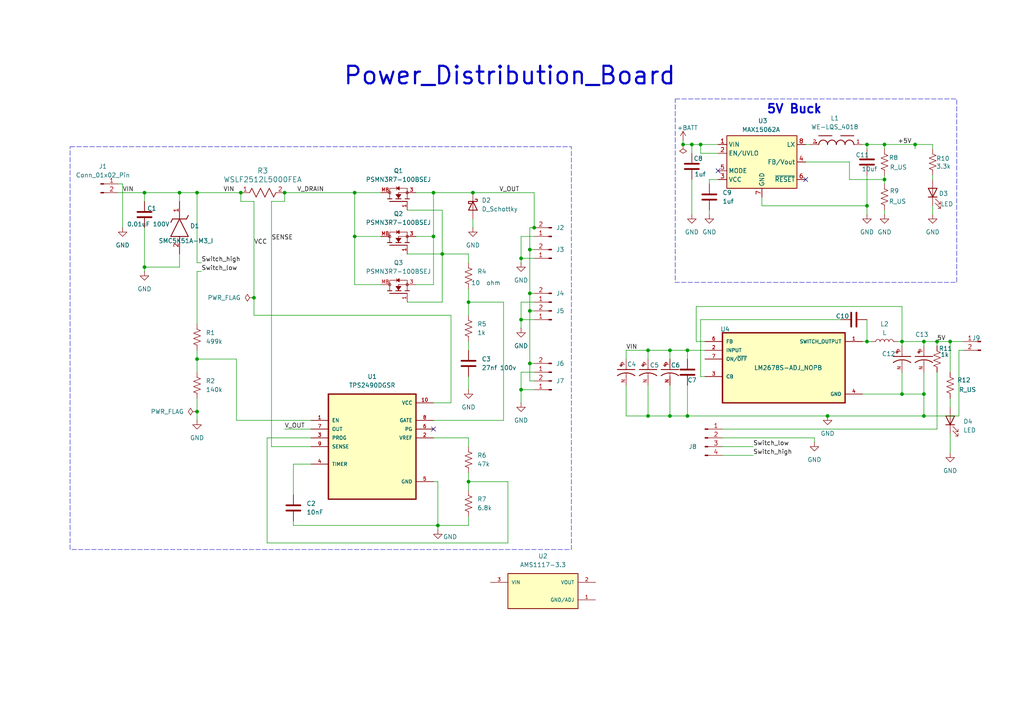
<source format=kicad_sch>
(kicad_sch (version 20250114) (generator "eeschema") (generator_version "9.0")
  (paper "A4")
  (lib_symbols
    (symbol "2025-09-25_10-40-48:WSLF2512L5000FEA" (pin_names (offset 0.254))
      (property "Reference" "R" (at 5.715 3.81 0))
      (property "Value" "WSLF2512L5000FEA" (at 6.35 -3.81 0))
      (symbol "WSLF2512L5000FEA_1_1"
        (polyline (pts (xy 2.54 0) (xy 3.175 1.27)) (stroke (width 0.2032)))
        (polyline (pts (xy 3.175 1.27) (xy 4.445 -1.27)) (stroke (width 0.2032)))
        (polyline (pts (xy 4.445 -1.27) (xy 5.715 1.27)) (stroke (width 0.2032)))
        (polyline (pts (xy 5.715 1.27) (xy 6.985 -1.27)) (stroke (width 0.2032)))
        (polyline (pts (xy 6.985 -1.27) (xy 8.255 1.27)) (stroke (width 0.2032)))
        (polyline (pts (xy 8.255 1.27) (xy 9.525 -1.27)) (stroke (width 0.2032)))
        (polyline (pts (xy 9.525 -1.27) (xy 10.16 0)) (stroke (width 0.2032)))
        (pin unspecified line (at 0 0 0) (length 2.54) (name "") (number "1"))
        (pin unspecified line (at 12.7 0 180) (length 2.54) (name "") (number "2"))
      )
      (symbol "WSLF2512L5000FEA_1_2"
        (polyline (pts (xy -1.27 8.255) (xy 1.27 9.525)) (stroke (width 0.2032)))
        (polyline (pts (xy -1.27 5.715) (xy 1.27 6.985)) (stroke (width 0.2032)))
        (polyline (pts (xy -1.27 3.175) (xy 1.27 4.445)) (stroke (width 0.2032)))
        (polyline (pts (xy 0 2.54) (xy -1.27 3.175)) (stroke (width 0.2032)))
        (polyline (pts (xy 1.27 9.525) (xy 0 10.16)) (stroke (width 0.2032)))
        (polyline (pts (xy 1.27 6.985) (xy -1.27 8.255)) (stroke (width 0.2032)))
        (polyline (pts (xy 1.27 4.445) (xy -1.27 5.715)) (stroke (width 0.2032)))
        (pin unspecified line (at 0 12.7 270) (length 2.54) (name "") (number "1"))
        (pin unspecified line (at 0 0 90) (length 2.54) (name "") (number "2"))
      )
    )
    (symbol "AMS1117-3.3:AMS1117-3.3" (pin_names (offset 1.016))
      (property "Reference" "U" (at -10.16 5.588 0))
      (property "Value" "AMS1117-3.3" (at -10.16 -8.128 0))
      (symbol "AMS1117-3.3_0_0"
        (rectangle (start -10.16 -5.08) (end 10.16 5.08) (stroke (width 0.254)) (fill (type background)))
        (pin input line (at -15.24 2.54 0) (length 5.08) (name "VIN") (number "3"))
        (pin output line (at 15.24 2.54 180) (length 5.08) (name "VOUT") (number "2"))
        (pin power_in line (at 15.24 -2.54 180) (length 5.08) (name "GND/ADJ") (number "1"))
      )
    )
    (symbol "Connector:Conn_01x02_Pin" (pin_names (offset 1.016) (hide yes))
      (property "Reference" "J" (at 0 2.54 0))
      (property "Value" "Conn_01x02_Pin" (at 0 -5.08 0))
      (symbol "Conn_01x02_Pin_1_1"
        (rectangle (start 0.8636 0.127) (end 0 -0.127) (stroke (width 0.1524)) (fill (type outline)))
        (rectangle (start 0.8636 -2.413) (end 0 -2.667) (stroke (width 0.1524)) (fill (type outline)))
        (polyline (pts (xy 1.27 0) (xy 0.8636 0)) (stroke (width 0.1524)))
        (polyline (pts (xy 1.27 -2.54) (xy 0.8636 -2.54)) (stroke (width 0.1524)))
        (pin passive line (at 5.08 0 180) (length 3.81) (name "Pin_1") (number "1"))
        (pin passive line (at 5.08 -2.54 180) (length 3.81) (name "Pin_2") (number "2"))
      )
    )
    (symbol "Connector:Conn_01x04_Pin" (pin_names (offset 1.016) (hide yes))
      (property "Reference" "J" (at 0 5.08 0))
      (property "Value" "Conn_01x04_Pin" (at 0 -7.62 0))
      (symbol "Conn_01x04_Pin_1_1"
        (rectangle (start 0.8636 2.667) (end 0 2.413) (stroke (width 0.1524)) (fill (type outline)))
        (rectangle (start 0.8636 0.127) (end 0 -0.127) (stroke (width 0.1524)) (fill (type outline)))
        (rectangle (start 0.8636 -2.413) (end 0 -2.667) (stroke (width 0.1524)) (fill (type outline)))
        (rectangle (start 0.8636 -4.953) (end 0 -5.207) (stroke (width 0.1524)) (fill (type outline)))
        (polyline (pts (xy 1.27 2.54) (xy 0.8636 2.54)) (stroke (width 0.1524)))
        (polyline (pts (xy 1.27 0) (xy 0.8636 0)) (stroke (width 0.1524)))
        (polyline (pts (xy 1.27 -2.54) (xy 0.8636 -2.54)) (stroke (width 0.1524)))
        (polyline (pts (xy 1.27 -5.08) (xy 0.8636 -5.08)) (stroke (width 0.1524)))
        (pin passive line (at 5.08 2.54 180) (length 3.81) (name "Pin_1") (number "1"))
        (pin passive line (at 5.08 0 180) (length 3.81) (name "Pin_2") (number "2"))
        (pin passive line (at 5.08 -2.54 180) (length 3.81) (name "Pin_3") (number "3"))
        (pin passive line (at 5.08 -5.08 180) (length 3.81) (name "Pin_4") (number "4"))
      )
    )
    (symbol "Device:C" (pin_numbers (hide yes)) (pin_names (offset 0.254))
      (property "Reference" "C" (at 0.635 2.54 0))
      (property "Value" "C" (at 0.635 -2.54 0))
      (symbol "C_0_1"
        (polyline (pts (xy -2.032 0.762) (xy 2.032 0.762)) (stroke (width 0.508)))
        (polyline (pts (xy -2.032 -0.762) (xy 2.032 -0.762)) (stroke (width 0.508)))
      )
      (symbol "C_1_1"
        (pin passive line (at 0 3.81 270) (length 2.794) (name "~") (number "1"))
        (pin passive line (at 0 -3.81 90) (length 2.794) (name "~") (number "2"))
      )
    )
    (symbol "Device:D_Schottky" (pin_numbers (hide yes)) (pin_names (offset 1.016) (hide yes))
      (property "Reference" "D" (at 0 2.54 0))
      (property "Value" "D_Schottky" (at 0 -2.54 0))
      (symbol "D_Schottky_0_1"
        (polyline (pts (xy -1.905 0.635) (xy -1.905 1.27) (xy -1.27 1.27) (xy -1.27 -1.27) (xy -0.635 -1.27) (xy -0.635 -0.635)) (stroke (width 0.254)))
        (polyline (pts (xy 1.27 1.27) (xy 1.27 -1.27) (xy -1.27 0) (xy 1.27 1.27)) (stroke (width 0.254)))
        (polyline (pts (xy 1.27 0) (xy -1.27 0)))
      )
      (symbol "D_Schottky_1_1"
        (pin passive line (at -3.81 0 0) (length 2.54) (name "K") (number "1"))
        (pin passive line (at 3.81 0 180) (length 2.54) (name "A") (number "2"))
      )
    )
    (symbol "Device:L" (pin_numbers (hide yes)) (pin_names (offset 1.016) (hide yes))
      (property "Reference" "L" (at -1.27 0 90))
      (property "Value" "L" (at 1.905 0 90))
      (symbol "L_0_1"
        (arc (start 0 2.54) (mid 0.6323 1.905) (end 0 1.27))
        (arc (start 0 1.27) (mid 0.6323 0.635) (end 0 0))
        (arc (start 0 0) (mid 0.6323 -0.635) (end 0 -1.27))
        (arc (start 0 -1.27) (mid 0.6323 -1.905) (end 0 -2.54))
      )
      (symbol "L_1_1"
        (pin passive line (at 0 3.81 270) (length 1.27) (name "1") (number "1"))
        (pin passive line (at 0 -3.81 90) (length 1.27) (name "2") (number "2"))
      )
    )
    (symbol "Device:LED" (pin_numbers (hide yes)) (pin_names (offset 1.016) (hide yes))
      (property "Reference" "D" (at 0 2.54 0))
      (property "Value" "LED" (at 0 -2.54 0))
      (symbol "LED_0_1"
        (polyline (pts (xy -3.048 -0.762) (xy -4.572 -2.286) (xy -3.81 -2.286) (xy -4.572 -2.286) (xy -4.572 -1.524)))
        (polyline (pts (xy -1.778 -0.762) (xy -3.302 -2.286) (xy -2.54 -2.286) (xy -3.302 -2.286) (xy -3.302 -1.524)))
        (polyline (pts (xy -1.27 0) (xy 1.27 0)))
        (polyline (pts (xy -1.27 -1.27) (xy -1.27 1.27)) (stroke (width 0.254)))
        (polyline (pts (xy 1.27 -1.27) (xy 1.27 1.27) (xy -1.27 0) (xy 1.27 -1.27)) (stroke (width 0.254)))
      )
      (symbol "LED_1_1"
        (pin passive line (at -3.81 0 0) (length 2.54) (name "K") (number "1"))
        (pin passive line (at 3.81 0 180) (length 2.54) (name "A") (number "2"))
      )
    )
    (symbol "Device:R_US" (pin_numbers (hide yes)) (pin_names (offset 0))
      (property "Reference" "R" (at 2.54 0 90))
      (property "Value" "R_US" (at -2.54 0 90))
      (symbol "R_US_0_1"
        (polyline (pts (xy 0 2.286) (xy 0 2.54)))
        (polyline (pts (xy 0 2.286) (xy 1.016 1.905) (xy 0 1.524) (xy -1.016 1.143) (xy 0 0.762)))
        (polyline (pts (xy 0 0.762) (xy 1.016 0.381) (xy 0 0) (xy -1.016 -0.381) (xy 0 -0.762)))
        (polyline (pts (xy 0 -0.762) (xy 1.016 -1.143) (xy 0 -1.524) (xy -1.016 -1.905) (xy 0 -2.286)))
        (polyline (pts (xy 0 -2.286) (xy 0 -2.54)))
      )
      (symbol "R_US_1_1"
        (pin passive line (at 0 3.81 270) (length 1.27) (name "~") (number "1"))
        (pin passive line (at 0 -3.81 90) (length 1.27) (name "~") (number "2"))
      )
    )
    (symbol "EEUFC1E181:EEUFC1E181" (pin_names (offset 1.016))
      (property "Reference" "C" (at -2.54 3.81 0))
      (property "Value" "EEUFC1E181" (at -2.54 -5.08 0))
      (symbol "EEUFC1E181_0_0"
        (rectangle (start -1.173 -1.532) (end -0.284 -1.405) (stroke (width 0.1)) (fill (type outline)))
        (rectangle (start -0.792 -1.913) (end -0.665 -1.024) (stroke (width 0.1)) (fill (type outline)))
        (polyline (pts (xy 0 0) (xy 0.508 0)) (stroke (width 0.1524)))
        (polyline (pts (xy 0.508 2.54) (xy 0.508 0)) (stroke (width 0.254)))
        (polyline (pts (xy 0.508 0) (xy 0.508 -2.54)) (stroke (width 0.254)))
        (polyline (pts (xy 2.54 0) (xy 1.524 0)) (stroke (width 0.1524)))
        (arc (start 2.286 -2.54) (mid 1.4851 0) (end 2.286 2.54) (stroke (width 0.254)))
        (pin passive line (at -2.54 0 0) (length 2.54) (name "~") (number "P"))
        (pin passive line (at 5.08 0 180) (length 2.54) (name "~") (number "N"))
      )
    )
    (symbol "EEUFC1H150:EEUFC1H150" (pin_names (offset 1.016))
      (property "Reference" "C" (at -2.54 3.81 0))
      (property "Value" "EEUFC1H150" (at -2.54 -5.08 0))
      (symbol "EEUFC1H150_0_0"
        (rectangle (start -1.173 -1.532) (end -0.284 -1.405) (stroke (width 0.1)) (fill (type outline)))
        (rectangle (start -0.792 -1.913) (end -0.665 -1.024) (stroke (width 0.1)) (fill (type outline)))
        (polyline (pts (xy 0 0) (xy 0.508 0)) (stroke (width 0.1524)))
        (polyline (pts (xy 0.508 2.54) (xy 0.508 0)) (stroke (width 0.254)))
        (polyline (pts (xy 0.508 0) (xy 0.508 -2.54)) (stroke (width 0.254)))
        (polyline (pts (xy 2.54 0) (xy 1.524 0)) (stroke (width 0.1524)))
        (arc (start 2.286 -2.54) (mid 1.4851 0) (end 2.286 2.54) (stroke (width 0.254)))
        (pin passive line (at -2.54 0 0) (length 2.54) (name "~") (number "P"))
        (pin passive line (at 5.08 0 180) (length 2.54) (name "~") (number "N"))
      )
    )
    (symbol "LM2678S-ADJ_NOPB:LM2678S-ADJ_NOPB" (pin_names (offset 1.016))
      (property "Reference" "U" (at -17.78 11.16 0))
      (property "Value" "LM2678S-ADJ_NOPB" (at -17.78 -14.16 0))
      (symbol "LM2678S-ADJ_NOPB_0_0"
        (rectangle (start -17.78 -10.16) (end 17.78 10.16) (stroke (width 0.41)) (fill (type background)))
        (pin input line (at -22.86 7.62 0) (length 5.08) (name "FB") (number "6"))
        (pin input line (at -22.86 5.08 0) (length 5.08) (name "INPUT") (number "2"))
        (pin input line (at -22.86 2.54 0) (length 5.08) (name "ON/~{OFF}") (number "7"))
        (pin bidirectional line (at -22.86 -2.54 0) (length 5.08) (name "CB") (number "3"))
        (pin output line (at 22.86 7.62 180) (length 5.08) (name "SWITCH_OUTPUT") (number "1"))
        (pin power_in line (at 22.86 -7.62 180) (length 5.08) (name "GND") (number "4"))
      )
    )
    (symbol "PSMN3R7-100BSEJ:PSMN3R7-100BSEJ" (pin_names (offset 1.016))
      (property "Reference" "Q" (at 5.08 1.27 0))
      (property "Value" "PSMN3R7-100BSEJ" (at 5.08 -1.27 0))
      (symbol "PSMN3R7-100BSEJ_0_0"
        (polyline (pts (xy 0 2.54) (xy 0 -2.54)) (stroke (width 0.254)))
        (polyline (pts (xy 0.762 3.175) (xy 0.762 2.54)) (stroke (width 0.254)))
        (polyline (pts (xy 0.762 2.54) (xy 0.762 1.905)) (stroke (width 0.254)))
        (polyline (pts (xy 0.762 2.54) (xy 3.81 2.54)) (stroke (width 0.1524)))
        (polyline (pts (xy 0.762 0.762) (xy 0.762 0)) (stroke (width 0.254)))
        (polyline (pts (xy 0.762 0) (xy 0.762 -0.762)) (stroke (width 0.254)))
        (polyline (pts (xy 0.762 0) (xy 2.54 0)) (stroke (width 0.1524)))
        (polyline (pts (xy 0.762 -1.905) (xy 0.762 -3.175)) (stroke (width 0.254)))
        (polyline (pts (xy 1.016 0) (xy 2.032 0.762) (xy 2.032 -0.762) (xy 1.016 0)) (stroke (width 0.1524)) (fill (type outline)))
        (circle (center 2.54 2.54) (radius 0.3592))
        (polyline (pts (xy 2.54 0) (xy 2.54 -2.54)) (stroke (width 0.1524)))
        (circle (center 2.54 -2.54) (radius 0.3592))
        (polyline (pts (xy 3.81 2.54) (xy 3.81 0.508)) (stroke (width 0.1524)))
        (polyline (pts (xy 3.81 0.508) (xy 3.302 0.508)) (stroke (width 0.1524)))
        (polyline (pts (xy 3.81 0.508) (xy 3.81 -2.54)) (stroke (width 0.1524)))
        (polyline (pts (xy 3.81 0.508) (xy 3.302 -0.254) (xy 4.318 -0.254) (xy 3.81 0.508)) (stroke (width 0.1524)) (fill (type outline)))
        (polyline (pts (xy 3.81 -2.54) (xy 0.762 -2.54)) (stroke (width 0.1524)))
        (polyline (pts (xy 4.318 0.508) (xy 3.81 0.508)) (stroke (width 0.1524)))
        (pin passive line (at -2.54 -2.54 0) (length 2.54) (name "~") (number "1"))
        (pin passive line (at 2.54 5.08 270) (length 2.54) (name "~") (number "MB"))
        (pin passive line (at 2.54 -5.08 90) (length 2.54) (name "~") (number "3"))
      )
    )
    (symbol "Regulator_Switching:MAX15062A"
      (property "Reference" "U" (at -10.16 11.43 0))
      (property "Value" "MAX15062A" (at -10.16 8.89 0))
      (symbol "MAX15062A_0_1"
        (rectangle (start -10.16 7.62) (end 10.16 -7.62) (stroke (width 0.254)) (fill (type background)))
      )
      (symbol "MAX15062A_1_1"
        (pin power_in line (at -12.7 5.08 0) (length 2.54) (name "VIN") (number "1"))
        (pin input line (at -12.7 2.54 0) (length 2.54) (name "EN/UVLO") (number "2"))
        (pin input line (at -12.7 -2.54 0) (length 2.54) (name "MODE") (number "5"))
        (pin power_out line (at -12.7 -5.08 0) (length 2.54) (name "VCC") (number "3"))
        (pin power_in line (at 0 -10.16 90) (length 2.54) (name "GND") (number "7"))
        (pin power_out line (at 12.7 5.08 180) (length 2.54) (name "LX") (number "8"))
        (pin input line (at 12.7 0 180) (length 2.54) (name "FB/Vout") (number "4"))
        (pin open_collector line (at 12.7 -5.08 180) (length 2.54) (name "~{RESET}") (number "6"))
      )
    )
    (symbol "SMC5K51A-M3_I:SMC5K51A-M3_I" (pin_names (hide yes))
      (property "Reference" "D" (at 10.16 8.89 0))
      (property "Value" "SMC5K51A-M3_I" (at 10.16 6.35 0))
      (symbol "SMC5K51A-M3_I_1_1"
        (polyline (pts (xy 4.064 2.54) (xy 5.08 2.032)) (stroke (width 0.254)))
        (polyline (pts (xy 5.08 0) (xy 10.16 2.54)) (stroke (width 0.254)))
        (polyline (pts (xy 5.08 -2.032) (xy 5.08 2.032)) (stroke (width 0.254)))
        (polyline (pts (xy 5.08 -2.032) (xy 6.096 -2.54)) (stroke (width 0.254)))
        (polyline (pts (xy 10.16 -2.54) (xy 5.08 0)) (stroke (width 0.254)))
        (polyline (pts (xy 10.16 -2.54) (xy 10.16 2.54)) (stroke (width 0.254)))
        (pin passive line (at 0 0 0) (length 5.08) (name "K") (number "1"))
        (pin passive line (at 15.24 0 180) (length 5.08) (name "A") (number "2"))
      )
    )
    (symbol "TPS2490DGSR:TPS2490DGSR" (pin_names (offset 1.016))
      (property "Reference" "U" (at -12.7 16.24 0))
      (property "Value" "TPS2490DGSR" (at -12.7 -19.24 0))
      (symbol "TPS2490DGSR_0_0"
        (rectangle (start -12.7 -15.24) (end 12.7 15.24) (stroke (width 0.41)) (fill (type background)))
        (pin input line (at -17.78 7.62 0) (length 5.08) (name "EN") (number "1"))
        (pin input line (at -17.78 5.08 0) (length 5.08) (name "OUT") (number "7"))
        (pin input line (at -17.78 2.54 0) (length 5.08) (name "PROG") (number "3"))
        (pin input line (at -17.78 0 0) (length 5.08) (name "SENSE") (number "9"))
        (pin bidirectional line (at -17.78 -5.08 0) (length 5.08) (name "TIMER") (number "4"))
        (pin power_in line (at 17.78 12.7 180) (length 5.08) (name "VCC") (number "10"))
        (pin output line (at 17.78 7.62 180) (length 5.08) (name "GATE") (number "8"))
        (pin output line (at 17.78 5.08 180) (length 5.08) (name "PG") (number "6"))
        (pin output line (at 17.78 2.54 180) (length 5.08) (name "VREF") (number "2"))
        (pin power_in line (at 17.78 -10.16 180) (length 5.08) (name "GND") (number "5"))
      )
    )
    (symbol "WE-LQS_4018:WE-LQS_4018" (pin_names (offset 1.016))
      (property "Reference" "L" (at 0 3.81 0))
      (property "Value" "WE-LQS_4018" (at 0 -2.54 0))
      (symbol "WE-LQS_4018_0_0"
        (circle (center -5.842 0.508) (radius 0.127) (stroke (width 0.254)))
        (polyline (pts (xy -5.08 2.54) (xy -1.27 2.54)) (stroke (width 0.254)))
        (arc (start -5.08 0) (mid -3.81 1.2645) (end -2.54 0) (stroke (width 0.254)))
        (arc (start -2.54 0) (mid -1.27 1.2645) (end 0 0) (stroke (width 0.254)))
        (polyline (pts (xy 1.27 2.54) (xy 5.08 2.54)) (stroke (width 0.254)))
        (arc (start 0 0) (mid 1.27 1.2645) (end 2.54 0) (stroke (width 0.254)))
        (arc (start 2.54 0) (mid 3.81 1.2645) (end 5.08 0) (stroke (width 0.254)))
        (pin passive line (at -7.62 0 0) (length 2.54) (name "~") (number "2"))
        (pin passive line (at 7.62 0 180) (length 2.54) (name "~") (number "1"))
      )
    )
    (symbol "power:+BATT" (power) (pin_numbers (hide yes)) (pin_names (offset 0) (hide yes))
      (property "Value" "+BATT" (at 0 3.556 0))
      (symbol "+BATT_0_1"
        (polyline (pts (xy -0.762 1.27) (xy 0 2.54)))
        (polyline (pts (xy 0 2.54) (xy 0.762 1.27)))
        (polyline (pts (xy 0 0) (xy 0 2.54)))
      )
      (symbol "+BATT_1_1"
        (pin power_in line (at 0 0 90) (length 0) (name "~") (number "1"))
      )
    )
    (symbol "power:GND" (power) (pin_numbers (hide yes)) (pin_names (offset 0) (hide yes))
      (property "Value" "GND" (at 0 -3.81 0))
      (symbol "GND_0_1"
        (polyline (pts (xy 0 0) (xy 0 -1.27) (xy 1.27 -1.27) (xy 0 -2.54) (xy -1.27 -1.27) (xy 0 -1.27)))
      )
      (symbol "GND_1_1"
        (pin power_in line (at 0 0 270) (length 0) (name "~") (number "1"))
      )
    )
    (symbol "power:PWR_FLAG" (power) (pin_numbers (hide yes)) (pin_names (offset 0) (hide yes))
      (property "Value" "PWR_FLAG" (at 0 3.81 0))
      (symbol "PWR_FLAG_0_0"
        (pin power_out line (at 0 0 90) (length 0) (name "~") (number "1"))
      )
      (symbol "PWR_FLAG_0_1"
        (polyline (pts (xy 0 0) (xy 0 1.27) (xy -1.016 1.905) (xy 0 2.54) (xy 1.016 1.905) (xy 0 1.27)))
      )
    )
  )
  (rectangle (start 195.834 28.702) (end 277.495 81.915) (stroke (width 0.127) (type dash)))
  (rectangle (start 20.32 42.545) (end 165.735 159.385) (stroke (width 0.127) (type dash)))
  (text "Power_Distribution_Board\n" (at 147.828 22.098 0) (effects (font (size 5.08 5.08) (thickness 0.635))))
  (text "5V Buck" (at 230.378 31.75 0) (effects (font (size 2.54 2.54) (thickness 0.508) (bold yes))))
  (junction (at 261.62 114.3))
  (junction (at 199.39 120.65))
  (junction (at 187.96 120.65))
  (junction (at 135.89 87.63))
  (junction (at 267.97 120.65))
  (junction (at 271.78 99.06))
  (junction (at 151.13 113.03))
  (junction (at 194.31 120.65))
  (junction (at 125.73 68.58))
  (junction (at 187.96 101.6))
  (junction (at 199.39 101.6))
  (junction (at 256.54 41.91))
  (junction (at 102.87 55.88))
  (junction (at 137.16 55.88))
  (junction (at 251.46 59.69))
  (junction (at 153.67 105.41))
  (junction (at 261.62 99.06))
  (junction (at 240.03 120.65))
  (junction (at 41.91 77.47))
  (junction (at 125.73 55.88))
  (junction (at 57.15 55.88))
  (junction (at 52.07 55.88))
  (junction (at 57.15 119.38))
  (junction (at 267.97 114.3))
  (junction (at 135.89 139.7))
  (junction (at 41.91 55.88))
  (junction (at 69.85 55.88))
  (junction (at 154.94 66.04))
  (junction (at 267.97 99.06))
  (junction (at 203.2 41.91))
  (junction (at 153.67 90.17))
  (junction (at 102.87 68.58))
  (junction (at 73.66 86.36))
  (junction (at 57.15 104.14))
  (junction (at 82.55 55.88))
  (junction (at 194.31 101.6))
  (junction (at 127 152.4))
  (junction (at 256.54 52.07))
  (junction (at 128.27 73.66))
  (junction (at 153.67 85.09))
  (junction (at 251.46 99.06))
  (junction (at 153.67 72.39))
  (junction (at 275.59 99.06))
  (junction (at 151.13 74.93))
  (junction (at 198.12 41.91))
  (junction (at 151.13 92.71))
  (junction (at 200.66 41.91))
  (junction (at 251.46 41.91))
  (junction (at 265.43 41.91))
  (no_connect (at 125.73 124.46))
  (no_connect (at 208.28 49.53))
  (no_connect (at 233.68 52.07))
  (wire (pts (xy 68.58 104.14) (xy 57.15 104.14)))
  (wire (pts (xy 130.81 91.44) (xy 130.81 116.84)))
  (wire (pts (xy 187.96 104.14) (xy 187.96 101.6)))
  (wire (pts (xy 246.38 52.07) (xy 256.54 52.07)))
  (wire (pts (xy 279.4 101.6) (xy 278.13 101.6)))
  (wire (pts (xy 261.62 107.95) (xy 261.62 114.3)))
  (wire (pts (xy 102.87 82.55) (xy 102.87 68.58)))
  (wire (pts (xy 236.22 127) (xy 236.22 128.27)))
  (wire (pts (xy 275.59 99.06) (xy 279.4 99.06)))
  (wire (pts (xy 271.78 124.46) (xy 271.78 107.95)))
  (wire (pts (xy 151.13 113.03) (xy 154.94 113.03)))
  (wire (pts (xy 147.32 139.7) (xy 135.89 139.7)))
  (wire (pts (xy 82.55 124.46) (xy 90.17 124.46)))
  (wire (pts (xy 52.07 73.66) (xy 52.07 77.47)))
  (wire (pts (xy 153.67 85.09) (xy 153.67 90.17)))
  (wire (pts (xy 199.39 101.6) (xy 199.39 104.14)))
  (wire (pts (xy 90.17 121.92) (xy 68.58 121.92)))
  (wire (pts (xy 275.59 125.73) (xy 275.59 131.445)))
  (wire (pts (xy 251.46 99.06) (xy 252.73 99.06)))
  (wire (pts (xy 260.35 99.06) (xy 261.62 99.06)))
  (wire (pts (xy 246.38 46.99) (xy 246.38 52.07)))
  (wire (pts (xy 154.94 72.39) (xy 153.67 72.39)))
  (wire (pts (xy 102.87 55.88) (xy 110.49 55.88)))
  (wire (pts (xy 199.39 111.76) (xy 199.39 120.65)))
  (wire (pts (xy 267.97 99.06) (xy 271.78 99.06)))
  (wire (pts (xy 78.74 58.42) (xy 82.55 58.42)))
  (wire (pts (xy 146.05 87.63) (xy 135.89 87.63)))
  (wire (pts (xy 271.78 99.06) (xy 271.78 100.33)))
  (wire (pts (xy 209.55 132.08) (xy 218.44 132.08)))
  (wire (pts (xy 41.91 78.74) (xy 41.91 77.47)))
  (wire (pts (xy 102.87 55.88) (xy 102.87 68.58)))
  (wire (pts (xy 57.15 119.38) (xy 57.15 121.92)))
  (wire (pts (xy 251.46 59.69) (xy 251.46 50.8)))
  (wire (pts (xy 220.98 59.69) (xy 251.46 59.69)))
  (wire (pts (xy 203.2 109.22) (xy 203.2 92.71)))
  (wire (pts (xy 135.89 76.2) (xy 135.89 73.66)))
  (wire (pts (xy 135.89 152.4) (xy 127 152.4)))
  (wire (pts (xy 204.47 109.22) (xy 203.2 109.22)))
  (wire (pts (xy 153.67 66.04) (xy 154.94 66.04)))
  (wire (pts (xy 194.31 111.76) (xy 194.31 120.65)))
  (wire (pts (xy 205.74 62.23) (xy 205.74 60.96)))
  (wire (pts (xy 135.89 137.16) (xy 135.89 139.7)))
  (wire (pts (xy 203.2 92.71) (xy 243.84 92.71)))
  (wire (pts (xy 41.91 55.88) (xy 41.91 58.42)))
  (wire (pts (xy 57.15 55.88) (xy 57.15 76.2)))
  (wire (pts (xy 151.13 87.63) (xy 151.13 92.71)))
  (wire (pts (xy 110.49 68.58) (xy 102.87 68.58)))
  (wire (pts (xy 250.19 41.91) (xy 251.46 41.91)))
  (wire (pts (xy 41.91 66.04) (xy 41.91 77.47)))
  (wire (pts (xy 151.13 68.58) (xy 151.13 74.93)))
  (wire (pts (xy 203.2 41.91) (xy 208.28 41.91)))
  (wire (pts (xy 137.16 63.5) (xy 137.16 66.04)))
  (wire (pts (xy 267.97 107.95) (xy 267.97 114.3)))
  (wire (pts (xy 125.73 55.88) (xy 137.16 55.88)))
  (wire (pts (xy 120.65 68.58) (xy 125.73 68.58)))
  (wire (pts (xy 135.89 139.7) (xy 135.89 142.24)))
  (wire (pts (xy 199.39 120.65) (xy 240.03 120.65)))
  (wire (pts (xy 137.16 55.88) (xy 154.94 55.88)))
  (wire (pts (xy 73.66 58.42) (xy 73.66 86.36)))
  (wire (pts (xy 85.09 151.13) (xy 85.09 152.4)))
  (wire (pts (xy 78.74 129.54) (xy 90.17 129.54)))
  (wire (pts (xy 267.97 120.65) (xy 267.97 114.3)))
  (wire (pts (xy 82.55 55.88) (xy 102.87 55.88)))
  (wire (pts (xy 52.07 55.88) (xy 57.15 55.88)))
  (wire (pts (xy 130.81 116.84) (xy 125.73 116.84)))
  (wire (pts (xy 250.19 114.3) (xy 261.62 114.3)))
  (wire (pts (xy 275.59 115.57) (xy 275.59 118.11)))
  (wire (pts (xy 135.89 83.82) (xy 135.89 87.63)))
  (wire (pts (xy 267.97 100.33) (xy 267.97 99.06)))
  (wire (pts (xy 78.74 58.42) (xy 78.74 129.54)))
  (wire (pts (xy 128.27 73.66) (xy 118.11 73.66)))
  (wire (pts (xy 251.46 41.91) (xy 256.54 41.91)))
  (wire (pts (xy 135.89 99.06) (xy 135.89 101.6)))
  (wire (pts (xy 41.91 77.47) (xy 52.07 77.47)))
  (wire (pts (xy 151.13 92.71) (xy 154.94 92.71)))
  (wire (pts (xy 153.67 105.41) (xy 153.67 90.17)))
  (wire (pts (xy 57.15 78.74) (xy 57.15 93.98)))
  (wire (pts (xy 261.62 99.06) (xy 261.62 100.33)))
  (wire (pts (xy 125.73 68.58) (xy 125.73 82.55)))
  (wire (pts (xy 127 152.4) (xy 85.09 152.4)))
  (wire (pts (xy 73.66 91.44) (xy 130.81 91.44)))
  (wire (pts (xy 220.98 57.15) (xy 220.98 59.69)))
  (wire (pts (xy 127 139.7) (xy 127 152.4)))
  (wire (pts (xy 35.56 66.04) (xy 35.56 53.34)))
  (wire (pts (xy 209.55 127) (xy 236.22 127)))
  (wire (pts (xy 69.85 55.88) (xy 69.85 58.42)))
  (wire (pts (xy 135.89 109.22) (xy 135.89 113.03)))
  (wire (pts (xy 198.12 41.91) (xy 198.12 40.64)))
  (wire (pts (xy 275.59 99.06) (xy 275.59 107.95)))
  (wire (pts (xy 82.55 55.88) (xy 82.55 58.42)))
  (wire (pts (xy 201.93 99.06) (xy 201.93 88.9)))
  (wire (pts (xy 57.15 101.6) (xy 57.15 104.14)))
  (wire (pts (xy 270.51 52.07) (xy 270.51 50.8)))
  (wire (pts (xy 57.15 115.57) (xy 57.15 119.38)))
  (wire (pts (xy 200.66 41.91) (xy 203.2 41.91)))
  (wire (pts (xy 187.96 101.6) (xy 194.31 101.6)))
  (wire (pts (xy 58.42 76.2) (xy 57.15 76.2)))
  (wire (pts (xy 205.74 52.07) (xy 208.28 52.07)))
  (wire (pts (xy 278.13 120.65) (xy 267.97 120.65)))
  (wire (pts (xy 118.11 87.63) (xy 128.27 87.63)))
  (wire (pts (xy 270.51 59.69) (xy 270.51 62.23)))
  (wire (pts (xy 151.13 107.95) (xy 151.13 113.03)))
  (wire (pts (xy 251.46 92.71) (xy 251.46 99.06)))
  (wire (pts (xy 201.93 88.9) (xy 261.62 88.9)))
  (wire (pts (xy 200.66 41.91) (xy 200.66 44.45)))
  (wire (pts (xy 233.68 41.91) (xy 234.95 41.91)))
  (wire (pts (xy 250.19 99.06) (xy 251.46 99.06)))
  (wire (pts (xy 271.78 99.06) (xy 275.59 99.06)))
  (wire (pts (xy 256.54 41.91) (xy 256.54 43.18)))
  (wire (pts (xy 125.73 121.92) (xy 146.05 121.92)))
  (wire (pts (xy 205.74 53.34) (xy 205.74 52.07)))
  (wire (pts (xy 256.54 50.8) (xy 256.54 52.07)))
  (wire (pts (xy 240.03 120.65) (xy 267.97 120.65)))
  (wire (pts (xy 261.62 114.3) (xy 267.97 114.3)))
  (wire (pts (xy 154.94 105.41) (xy 153.67 105.41)))
  (wire (pts (xy 52.07 55.88) (xy 52.07 58.42)))
  (wire (pts (xy 77.47 157.48) (xy 147.32 157.48)))
  (wire (pts (xy 209.55 124.46) (xy 271.78 124.46)))
  (wire (pts (xy 135.89 87.63) (xy 135.89 91.44)))
  (wire (pts (xy 265.43 41.91) (xy 270.51 41.91)))
  (wire (pts (xy 194.31 120.65) (xy 199.39 120.65)))
  (wire (pts (xy 151.13 74.93) (xy 154.94 74.93)))
  (wire (pts (xy 77.47 127) (xy 77.47 157.48)))
  (wire (pts (xy 146.05 121.92) (xy 146.05 87.63)))
  (wire (pts (xy 128.27 60.96) (xy 128.27 73.66)))
  (wire (pts (xy 127 152.4) (xy 127 153.67)))
  (wire (pts (xy 154.94 68.58) (xy 151.13 68.58)))
  (wire (pts (xy 125.73 82.55) (xy 120.65 82.55)))
  (wire (pts (xy 151.13 113.03) (xy 151.13 116.84)))
  (wire (pts (xy 135.89 73.66) (xy 128.27 73.66)))
  (wire (pts (xy 203.2 44.45) (xy 208.28 44.45)))
  (wire (pts (xy 128.27 87.63) (xy 128.27 73.66)))
  (wire (pts (xy 199.39 101.6) (xy 204.47 101.6)))
  (wire (pts (xy 68.58 104.14) (xy 68.58 121.92)))
  (wire (pts (xy 41.91 55.88) (xy 52.07 55.88)))
  (wire (pts (xy 154.94 66.04) (xy 154.94 55.88)))
  (wire (pts (xy 256.54 53.34) (xy 256.54 52.07)))
  (wire (pts (xy 151.13 74.93) (xy 151.13 76.2)))
  (wire (pts (xy 73.66 86.36) (xy 73.66 91.44)))
  (wire (pts (xy 198.12 41.91) (xy 200.66 41.91)))
  (wire (pts (xy 181.61 101.6) (xy 187.96 101.6)))
  (wire (pts (xy 110.49 82.55) (xy 102.87 82.55)))
  (wire (pts (xy 270.51 41.91) (xy 270.51 43.18)))
  (wire (pts (xy 278.13 101.6) (xy 278.13 120.65)))
  (wire (pts (xy 153.67 72.39) (xy 153.67 66.04)))
  (wire (pts (xy 154.94 85.09) (xy 153.67 85.09)))
  (wire (pts (xy 181.61 111.76) (xy 181.61 120.65)))
  (wire (pts (xy 90.17 134.62) (xy 85.09 134.62)))
  (wire (pts (xy 261.62 88.9) (xy 261.62 99.06)))
  (wire (pts (xy 187.96 120.65) (xy 194.31 120.65)))
  (wire (pts (xy 151.13 92.71) (xy 151.13 95.25)))
  (wire (pts (xy 209.55 129.54) (xy 218.44 129.54)))
  (wire (pts (xy 85.09 134.62) (xy 85.09 143.51)))
  (wire (pts (xy 57.15 104.14) (xy 57.15 107.95)))
  (wire (pts (xy 120.65 55.88) (xy 125.73 55.88)))
  (wire (pts (xy 125.73 127) (xy 135.89 127)))
  (wire (pts (xy 187.96 111.76) (xy 187.96 120.65)))
  (wire (pts (xy 194.31 101.6) (xy 194.31 104.14)))
  (wire (pts (xy 265.43 41.91) (xy 265.43 43.18)))
  (wire (pts (xy 153.67 85.09) (xy 153.67 72.39)))
  (wire (pts (xy 256.54 41.91) (xy 265.43 41.91)))
  (wire (pts (xy 153.67 110.49) (xy 153.67 105.41)))
  (wire (pts (xy 204.47 99.06) (xy 201.93 99.06)))
  (wire (pts (xy 233.68 46.99) (xy 246.38 46.99)))
  (wire (pts (xy 118.11 60.96) (xy 128.27 60.96)))
  (wire (pts (xy 203.2 41.91) (xy 203.2 44.45)))
  (wire (pts (xy 58.42 78.74) (xy 57.15 78.74)))
  (wire (pts (xy 35.56 53.34) (xy 34.29 53.34)))
  (wire (pts (xy 256.54 60.96) (xy 256.54 62.23)))
  (wire (pts (xy 154.94 87.63) (xy 151.13 87.63)))
  (wire (pts (xy 57.15 55.88) (xy 69.85 55.88)))
  (wire (pts (xy 73.66 58.42) (xy 69.85 58.42)))
  (wire (pts (xy 151.13 107.95) (xy 154.94 107.95)))
  (wire (pts (xy 181.61 101.6) (xy 181.61 104.14)))
  (wire (pts (xy 125.73 139.7) (xy 127 139.7)))
  (wire (pts (xy 77.47 127) (xy 90.17 127)))
  (wire (pts (xy 135.89 149.86) (xy 135.89 152.4)))
  (wire (pts (xy 154.94 90.17) (xy 153.67 90.17)))
  (wire (pts (xy 267.97 99.06) (xy 261.62 99.06)))
  (wire (pts (xy 125.73 55.88) (xy 125.73 68.58)))
  (wire (pts (xy 147.32 157.48) (xy 147.32 139.7)))
  (wire (pts (xy 200.66 52.07) (xy 200.66 62.23)))
  (wire (pts (xy 251.46 43.18) (xy 251.46 41.91)))
  (wire (pts (xy 34.29 55.88) (xy 41.91 55.88)))
  (wire (pts (xy 181.61 120.65) (xy 187.96 120.65)))
  (wire (pts (xy 135.89 127) (xy 135.89 129.54)))
  (wire (pts (xy 154.94 110.49) (xy 153.67 110.49)))
  (wire (pts (xy 251.46 62.23) (xy 251.46 59.69)))
  (wire (pts (xy 194.31 101.6) (xy 199.39 101.6)))
  (label "VIN" (at 181.61 101.6 0))
  (label "V_OUT" (at 82.55 124.46 0))
  (label "V_DRAIN" (at 93.98 55.88 180))
  (label "VIN" (at 64.77 55.88 0))
  (label "Switch_low" (at 58.42 78.74 0))
  (label "Switch_high" (at 58.42 76.2 0))
  (label "SENSE" (at 78.74 69.85 0))
  (label "VIN" (at 35.56 55.88 0))
  (label "Switch_high" (at 218.44 132.08 0))
  (label "+5V" (at 260.35 41.91 0))
  (label "VCC" (at 73.66 71.12 0))
  (label "5V" (at 271.78 99.06 0))
  (label "V_OUT" (at 144.78 55.88 0))
  (label "Switch_low" (at 218.44 129.54 0))
  (symbol (lib_id "Connector:Conn_01x02_Pin") (at 160.02 68.58 180) (unit 1)
    (property "Reference" "J2" (at 161.29 66.0399 0) (effects (justify right)))
    (property "Value" "Conn_01x02_Pin" (effects (hide yes)))
    (property "Footprint" "Connector_AMASS:AMASS_XT30U-F_1x02_P5.0mm_Vertical" (effects (hide yes)))
    (property "Description" "Generic connector, single row, 01x02, script generated" (effects (hide yes)))
  )
  (symbol (lib_id "Connector:Conn_01x02_Pin") (at 160.02 87.63 180) (unit 1)
    (property "Reference" "J4" (at 161.29 85.0899 0) (effects (justify right)))
    (property "Value" "Conn_01x02_Pin" (effects (hide yes)))
    (property "Footprint" "Connector_AMASS:AMASS_XT30U-F_1x02_P5.0mm_Vertical" (effects (hide yes)))
    (property "Description" "Generic connector, single row, 01x02, script generated" (effects (hide yes)))
  )
  (symbol (lib_id "Device:C") (at 205.74 57.15 0) (unit 1)
    (property "Reference" "C9" (at 209.55 55.8799 0) (effects (justify left)))
    (property "Value" "1uf" (at 209.55 58.4199 0) (effects (justify left)))
    (property "Footprint" "Capacitor_SMD:C_0603_1608Metric" (effects (hide yes)))
    (property "Description" "Unpolarized capacitor" (effects (hide yes)))
  )
  (symbol (lib_id "Device:R_US") (at 256.54 46.99 0) (unit 1)
    (property "Reference" "R8" (at 257.81 45.72 0) (effects (justify left)))
    (property "Value" "R_US" (at 258.064 48.514 0) (effects (justify left)))
    (property "Footprint" "Resistor_SMD:R_0603_1608Metric" (effects (hide yes)))
    (property "Description" "Resistor, US symbol" (effects (hide yes)))
  )
  (symbol (lib_id "power:GND") (at 240.03 120.65 0) (unit 1)
    (property "Reference" "#PWR014" (effects (hide yes)))
    (property "Value" "GND" (at 240.03 125.73 0))
    (property "Description" "Power symbol creates a global label with name \"GND\" , ground" (effects (hide yes)))
  )
  (symbol (lib_id "Device:D_Schottky") (at 137.16 59.69 270) (unit 1)
    (property "Reference" "D2" (at 139.7 58.1024 90) (effects (justify left)))
    (property "Value" "D_Schottky" (at 139.7 60.6424 90) (effects (justify left)))
    (property "Footprint" "Library:DIODE_TO-277A" (effects (hide yes)))
    (property "Description" "Schottky diode" (effects (hide yes)))
  )
  (symbol (lib_id "AMS1117-3.3:AMS1117-3.3") (at 157.48 171.45 0) (unit 1)
    (property "Reference" "U2" (at 157.48 161.29 0))
    (property "Value" "AMS1117-3.3" (at 157.48 163.83 0))
    (property "Footprint" "AMS1117-3.3:SOT229P700X180-4N" (effects (hide yes)))
    (property "MF" "Advanced Monolithic Systems" (effects (hide yes)))
    (property "MAXIMUM_PACKAGE_HEIGHT" "1.8 mm" (effects (hide yes)))
    (property "Package" "SOT-223 Seeed Technology" (effects (hide yes)))
    (property "Price" "None" (effects (hide yes)))
    (property "Check_prices" "https://www.snapeda.com/parts/AMS1117-3.3/Advanced+Monolithic+Systems/view-part/?ref=eda" (effects (hide yes)))
    (property "STANDARD" "IPC 7351B" (effects (hide yes)))
    (property "PARTREV" "N/A" (effects (hide yes)))
    (property "SnapEDA_Link" "https://www.snapeda.com/parts/AMS1117-3.3/Advanced+Monolithic+Systems/view-part/?ref=snap" (effects (hide yes)))
    (property "SNAPEDA_PACKAGE_ID" "71280" (effects (hide yes)))
    (property "MP" "AMS1117-3.3" (effects (hide yes)))
    (property "Description_1" "Sot223/Pkg 1-Amp 3.3-Volt Low Drop Out Voltage Regulatator" (effects (hide yes)))
    (property "MANUFACTURER" "Advanced Monolithic Systems" (effects (hide yes)))
    (property "Availability" "Not in stock" (effects (hide yes)))
    (property "SNAPEDA_PN" "AMS1117-3.3" (effects (hide yes)))
  )
  (symbol (lib_id "Connector:Conn_01x04_Pin") (at 204.47 127 0) (unit 1)
    (property "Reference" "J8" (at 200.914 129.54 0))
    (property "Value" "Conn_01x04_Pin" (effects (hide yes)))
    (property "Footprint" "Connector_JST:JST_PH_B4B-PH-SM4-TB_1x04-1MP_P2.00mm_Vertical" (effects (hide yes)))
    (property "Description" "Generic connector, single row, 01x04, script generated" (effects (hide yes)))
  )
  (symbol (lib_id "power:GND") (at 57.15 121.92 0) (unit 1)
    (property "Reference" "#PWR03" (effects (hide yes)))
    (property "Value" "GND" (at 57.15 127 0))
    (property "Description" "Power symbol creates a global label with name \"GND\" , ground" (effects (hide yes)))
  )
  (symbol (lib_id "Device:R_US") (at 256.54 57.15 0) (unit 1)
    (property "Reference" "R9" (at 258.064 55.372 0) (effects (justify left)))
    (property "Value" "R_US" (at 257.81 58.42 0) (effects (justify left)))
    (property "Footprint" "Resistor_SMD:R_0603_1608Metric" (effects (hide yes)))
    (property "Description" "Resistor, US symbol" (effects (hide yes)))
  )
  (symbol (lib_id "Device:C") (at 200.66 48.26 0) (unit 1)
    (property "Reference" "C8" (at 201.168 45.974 0) (effects (justify left)))
    (property "Value" "1uf" (at 201.422 50.546 0) (effects (justify left)))
    (property "Footprint" "Capacitor_SMD:C_0603_1608Metric" (effects (hide yes)))
    (property "Description" "Unpolarized capacitor" (effects (hide yes)))
  )
  (symbol (lib_id "Device:R_US") (at 275.59 111.76 0) (unit 1)
    (property "Reference" "R12" (at 277.622 110.236 0) (effects (justify left)))
    (property "Value" "R_US" (at 278.13 113.0299 0) (effects (justify left)))
    (property "Footprint" "Resistor_SMD:R_0603_1608Metric" (effects (hide yes)))
    (property "Description" "Resistor, US symbol" (effects (hide yes)))
  )
  (symbol (lib_id "power:GND") (at 135.89 113.03 0) (unit 1)
    (property "Reference" "#PWR05" (effects (hide yes)))
    (property "Value" "GND" (at 135.89 118.11 0))
    (property "Description" "Power symbol creates a global label with name \"GND\" , ground" (effects (hide yes)))
  )
  (symbol (lib_id "PSMN3R7-100BSEJ:PSMN3R7-100BSEJ") (at 115.57 58.42 90) (unit 1)
    (property "Reference" "Q1" (at 115.57 49.53 90))
    (property "Value" "PSMN3R7-100BSEJ" (at 115.57 52.07 90))
    (property "Footprint" "TRANS_PSMN3R7-100BSEJ_:TRANS_PSMN3R7-100BSEJ" (effects (hide yes)))
    (property "PARTREV" "3 September 2018" (effects (hide yes)))
    (property "STANDARD" "Manufacturer Recommendations" (effects (hide yes)))
    (property "MAXIMUM_PACKAGE_HEIGHT" "4.5mm" (effects (hide yes)))
    (property "MANUFACTURER" "Nexperia" (effects (hide yes)))
  )
  (symbol (lib_id "Device:C") (at 247.65 92.71 90) (unit 1)
    (property "Reference" "C10" (at 244.348 91.694 90))
    (property "Value" "C" (effects (hide yes)))
    (property "Footprint" "Capacitor_SMD:C_0603_1608Metric" (effects (hide yes)))
    (property "Description" "Unpolarized capacitor" (effects (hide yes)))
  )
  (symbol (lib_id "Device:LED") (at 270.51 55.88 90) (unit 1)
    (property "Reference" "D3" (at 272.288 56.134 90) (effects (justify right)))
    (property "Value" "LED" (at 272.796 59.182 90) (effects (justify right)))
    (property "Footprint" "APD32:APD3224ZGC-F01_KNB-M" (effects (hide yes)))
    (property "Description" "Light emitting diode" (effects (hide yes)))
    (property "Sim.Pins" "1=K 2=A" (effects (hide yes)))
  )
  (symbol (lib_id "power:GND") (at 236.22 128.27 0) (unit 1)
    (property "Reference" "#PWR013" (effects (hide yes)))
    (property "Value" "GND" (at 236.22 133.35 0))
    (property "Description" "Power symbol creates a global label with name \"GND\" , ground" (effects (hide yes)))
  )
  (symbol (lib_id "Regulator_Switching:MAX15062A") (at 220.98 46.99 0) (unit 1)
    (property "Reference" "U3" (at 221.234 35.052 0))
    (property "Value" "MAX15062A" (at 220.726 37.592 0))
    (property "Footprint" "Package_DFN_QFN:DFN-8_2x2mm_P0.5mm" (effects (hide yes)))
    (property "Datasheet" "http://datasheets.maximintegrated.com/en/ds/MAX15062.pdf" (effects (hide yes)))
    (property "Description" "60V, 300mA, synchronous step-down dc-dc converter, 3.3V fixed output voltage, DFN-8" (effects (hide yes)))
  )
  (symbol (lib_id "power:PWR_FLAG") (at 198.12 41.91 180) (unit 1)
    (property "Reference" "#FLG03" (effects (hide yes)))
    (property "Value" "PWR_FLAG" (effects (hide yes)))
    (property "Description" "Special symbol for telling ERC where power comes from" (effects (hide yes)))
  )
  (symbol (lib_id "Device:L") (at 256.54 99.06 90) (unit 1)
    (property "Reference" "L2" (at 256.54 93.98 90))
    (property "Value" "L" (at 256.54 96.52 90))
    (property "Footprint" "Inductor_SMD:L_10.4x10.4_H4.8" (effects (hide yes)))
    (property "Description" "Inductor" (effects (hide yes)))
  )
  (symbol (lib_id "power:+BATT") (at 198.12 40.64 0) (unit 1)
    (property "Reference" "#PWR010" (effects (hide yes)))
    (property "Value" "+BATT" (at 199.39 37.084 0))
    (property "Description" "Power symbol creates a global label with name \"+BATT\"" (effects (hide yes)))
  )
  (symbol (lib_id "Device:R_US") (at 57.15 111.76 0) (unit 1)
    (property "Reference" "R2" (at 59.69 110.4899 0) (effects (justify left)))
    (property "Value" "140k" (at 59.69 113.0299 0) (effects (justify left)))
    (property "Footprint" "Resistor_SMD:R_0603_1608Metric" (effects (hide yes)))
    (property "Description" "Resistor, US symbol" (effects (hide yes)))
  )
  (symbol (lib_id "Device:C") (at 199.39 107.95 0) (unit 1)
    (property "Reference" "C7" (at 199.39 110.236 0) (effects (justify left)))
    (property "Value" "C" (effects (hide yes)))
    (property "Footprint" "Capacitor_SMD:C_0603_1608Metric" (effects (hide yes)))
    (property "Description" "Unpolarized capacitor" (effects (hide yes)))
  )
  (symbol (lib_id "power:GND") (at 275.59 131.445 0) (unit 1)
    (property "Reference" "#PWR018" (effects (hide yes)))
    (property "Value" "GND" (at 275.59 136.525 0))
  )
  (symbol (lib_id "EEUFC1E181:EEUFC1E181") (at 267.97 102.87 270) (unit 1)
    (property "Reference" "C13" (at 265.43 97.028 90) (effects (justify left)))
    (property "Value" "EEUFC1E181" (effects (hide yes)))
    (property "Footprint" "180uf_cap:CAPPRD350W60D800H1150" (effects (hide yes)))
    (property "MF" "PANASONIC" (effects (hide yes)))
    (property "b_max" "0.65" (effects (hide yes)))
    (property "DESCRIPTION" "FC-A" (effects (hide yes)))
    (property "b_nom" "0.6" (effects (hide yes)))
    (property "PARTREV" "20-DEC-19" (effects (hide yes)))
    (property "A_max" "11.5" (effects (hide yes)))
    (property "D_nom" "8" (effects (hide yes)))
    (property "e_nom" "3.5" (effects (hide yes)))
  )
  (symbol (lib_id "PSMN3R7-100BSEJ:PSMN3R7-100BSEJ") (at 115.57 85.09 90) (unit 1)
    (property "Reference" "Q3" (at 115.57 76.2 90))
    (property "Value" "PSMN3R7-100BSEJ" (at 115.57 78.74 90))
    (property "Footprint" "TRANS_PSMN3R7-100BSEJ_:TRANS_PSMN3R7-100BSEJ" (effects (hide yes)))
    (property "PARTREV" "3 September 2018" (effects (hide yes)))
    (property "STANDARD" "Manufacturer Recommendations" (effects (hide yes)))
    (property "MAXIMUM_PACKAGE_HEIGHT" "4.5mm" (effects (hide yes)))
    (property "MANUFACTURER" "Nexperia" (effects (hide yes)))
  )
  (symbol (lib_id "EEUFC1H150:EEUFC1H150") (at 187.96 106.68 270) (unit 1)
    (property "Reference" "C5" (at 188.468 105.918 90) (effects (justify left)))
    (property "Value" "EEUFC1H150" (effects (hide yes)))
    (property "Footprint" "150uf_cap:CAPPRD200W50D500H1100" (effects (hide yes)))
    (property "MF" "PANASONIC" (effects (hide yes)))
    (property "b_max" "0.55" (effects (hide yes)))
    (property "DESCRIPTION" "FC-A" (effects (hide yes)))
    (property "b_nom" "0.5" (effects (hide yes)))
    (property "PARTREV" "20-DEC-19" (effects (hide yes)))
    (property "A_max" "11" (effects (hide yes)))
    (property "D_nom" "5" (effects (hide yes)))
    (property "e_nom" "2" (effects (hide yes)))
  )
  (symbol (lib_id "Connector:Conn_01x02_Pin") (at 29.21 53.34 0) (unit 1)
    (property "Reference" "J1" (at 29.845 48.26 0))
    (property "Value" "Conn_01x02_Pin" (at 29.845 50.8 0))
    (property "Footprint" "Connector_AMASS:AMASS_XT90PW-M_1x02_P10.90mm_Horizontal" (effects (hide yes)))
    (property "Description" "Generic connector, single row, 01x02, script generated" (effects (hide yes)))
  )
  (symbol (lib_id "power:GND") (at 205.74 62.23 0) (unit 1)
    (property "Reference" "#PWR012" (effects (hide yes)))
    (property "Value" "GND" (at 205.74 67.31 0))
    (property "Description" "Power symbol creates a global label with name \"GND\" , ground" (effects (hide yes)))
  )
  (symbol (lib_id "power:GND") (at 137.16 66.04 0) (unit 1)
    (property "Reference" "#PWR06" (effects (hide yes)))
    (property "Value" "GND" (at 137.16 71.12 0))
    (property "Description" "Power symbol creates a global label with name \"GND\" , ground" (effects (hide yes)))
  )
  (symbol (lib_id "PSMN3R7-100BSEJ:PSMN3R7-100BSEJ") (at 115.57 71.12 90) (unit 1)
    (property "Reference" "Q2" (at 115.57 62.0028 90))
    (property "Value" "PSMN3R7-100BSEJ" (at 115.57 64.5428 90))
    (property "Footprint" "TRANS_PSMN3R7-100BSEJ_:TRANS_PSMN3R7-100BSEJ" (effects (hide yes)))
    (property "PARTREV" "3 September 2018" (effects (hide yes)))
    (property "STANDARD" "Manufacturer Recommendations" (effects (hide yes)))
    (property "MAXIMUM_PACKAGE_HEIGHT" "4.5mm" (effects (hide yes)))
    (property "MANUFACTURER" "Nexperia" (effects (hide yes)))
  )
  (symbol (lib_id "Device:C") (at 135.89 105.41 0) (unit 1)
    (property "Reference" "C3" (at 139.7 104.1399 0) (effects (justify left)))
    (property "Value" "27nf 100v" (at 139.7 106.6799 0) (effects (justify left)))
    (property "Footprint" "Capacitor_SMD:C_0603_1608Metric" (effects (hide yes)))
    (property "Description" "Unpolarized capacitor" (effects (hide yes)))
  )
  (symbol (lib_id "Connector:Conn_01x02_Pin") (at 160.02 74.93 180) (unit 1)
    (property "Reference" "J3" (at 161.29 72.3899 0) (effects (justify right)))
    (property "Value" "Conn_01x02_Pin" (effects (hide yes)))
    (property "Footprint" "Connector_AMASS:AMASS_XT30U-F_1x02_P5.0mm_Vertical" (effects (hide yes)))
    (property "Description" "Generic connector, single row, 01x02, script generated" (effects (hide yes)))
  )
  (symbol (lib_id "EEUFC1H150:EEUFC1H150") (at 194.31 106.68 270) (unit 1)
    (property "Reference" "C6" (at 194.564 105.918 90) (effects (justify left)))
    (property "Value" "EEUFC1H150" (effects (hide yes)))
    (property "Footprint" "150uf_cap:CAPPRD200W50D500H1100" (effects (hide yes)))
    (property "MF" "PANASONIC" (effects (hide yes)))
    (property "b_max" "0.55" (effects (hide yes)))
    (property "DESCRIPTION" "FC-A" (effects (hide yes)))
    (property "b_nom" "0.5" (effects (hide yes)))
    (property "PARTREV" "20-DEC-19" (effects (hide yes)))
    (property "A_max" "11" (effects (hide yes)))
    (property "D_nom" "5" (effects (hide yes)))
    (property "e_nom" "2" (effects (hide yes)))
  )
  (symbol (lib_id "TPS2490DGSR:TPS2490DGSR") (at 107.95 129.54 0) (unit 1)
    (property "Reference" "U1" (at 107.95 109.22 0))
    (property "Value" "TPS2490DGSR" (at 107.95 111.76 0))
    (property "Footprint" "TPS2490DGSR_:SOP50P490X110-10N" (effects (hide yes)))
  )
  (symbol (lib_id "Device:R_US") (at 271.78 104.14 0) (unit 1)
    (property "Reference" "R11" (at 272.288 101.092 0) (effects (justify left)))
    (property "Value" "1k" (at 272.796 102.87 0) (effects (justify left)))
    (property "Footprint" "Resistor_SMD:R_0603_1608Metric" (effects (hide yes)))
    (property "Description" "Resistor, US symbol" (effects (hide yes)))
  )
  (symbol (lib_id "power:GND") (at 151.13 116.84 0) (unit 1)
    (property "Reference" "#PWR09" (effects (hide yes)))
    (property "Value" "GND" (at 151.13 121.92 0))
    (property "Description" "Power symbol creates a global label with name \"GND\" , ground" (effects (hide yes)))
  )
  (symbol (lib_id "Device:R_US") (at 270.51 46.99 0) (unit 1)
    (property "Reference" "R10" (at 271.526 45.974 0) (effects (justify left)))
    (property "Value" "3.3k" (at 271.526 48.26 0) (effects (justify left)))
    (property "Footprint" "Resistor_SMD:R_0603_1608Metric" (effects (hide yes)))
    (property "Description" "Resistor, US symbol" (effects (hide yes)))
  )
  (symbol (lib_id "Device:R_US") (at 135.89 80.01 0) (unit 1)
    (property "Reference" "R4" (at 138.43 78.7399 0) (effects (justify left)))
    (property "Value" "10  ohm" (at 136.652 82.042 0) (effects (justify left)))
    (property "Footprint" "Resistor_SMD:R_0603_1608Metric" (effects (hide yes)))
    (property "Description" "Resistor, US symbol" (effects (hide yes)))
  )
  (symbol (lib_id "power:PWR_FLAG") (at 73.66 86.36 90) (unit 1)
    (property "Reference" "#FLG02" (effects (hide yes)))
    (property "Value" "PWR_FLAG" (at 69.85 86.3599 90) (effects (justify left)))
    (property "Description" "Special symbol for telling ERC where power comes from" (effects (hide yes)))
  )
  (symbol (lib_id "Connector:Conn_01x02_Pin") (at 160.02 107.95 180) (unit 1)
    (property "Reference" "J6" (at 161.29 105.4099 0) (effects (justify right)))
    (property "Value" "Conn_01x02_Pin" (effects (hide yes)))
    (property "Footprint" "Connector_AMASS:AMASS_XT30U-F_1x02_P5.0mm_Vertical" (effects (hide yes)))
    (property "Description" "Generic connector, single row, 01x02, script generated" (effects (hide yes)))
  )
  (symbol (lib_id "power:GND") (at 151.13 76.2 0) (unit 1)
    (property "Reference" "#PWR07" (effects (hide yes)))
    (property "Value" "GND" (at 151.13 81.28 0))
    (property "Description" "Power symbol creates a global label with name \"GND\" , ground" (effects (hide yes)))
  )
  (symbol (lib_id "Connector:Conn_01x02_Pin") (at 284.48 99.06 0) (mirror y) (unit 1)
    (property "Reference" "J9" (at 281.94 98.044 0) (effects (justify right)))
    (property "Value" "Conn_01x02_Pin" (effects (hide yes)))
    (property "Footprint" "Connector_AMASS:AMASS_XT30U-M_1x02_P5.0mm_Vertical" (effects (hide yes)))
    (property "Description" "Generic connector, single row, 01x02, script generated" (effects (hide yes)))
  )
  (symbol (lib_id "Device:C") (at 41.91 62.23 0) (unit 1)
    (property "Reference" "C1" (at 42.672 60.452 0) (effects (justify left)))
    (property "Value" "0.01uF 100V" (at 36.83 65.024 0) (effects (justify left)))
    (property "Footprint" "Capacitor_SMD:C_0603_1608Metric" (effects (hide yes)))
    (property "Description" "Unpolarized capacitor" (effects (hide yes)))
  )
  (symbol (lib_id "EEUFC1H150:EEUFC1H150") (at 181.61 106.68 270) (unit 1)
    (property "Reference" "C4" (at 181.864 105.664 90) (effects (justify left)))
    (property "Value" "EEUFC1H150" (effects (hide yes)))
    (property "Footprint" "150uf_cap:CAPPRD200W50D500H1100" (effects (hide yes)))
    (property "MF" "PANASONIC" (effects (hide yes)))
    (property "b_max" "0.55" (effects (hide yes)))
    (property "DESCRIPTION" "FC-A" (effects (hide yes)))
    (property "b_nom" "0.5" (effects (hide yes)))
    (property "PARTREV" "20-DEC-19" (effects (hide yes)))
    (property "A_max" "11" (effects (hide yes)))
    (property "D_nom" "5" (effects (hide yes)))
    (property "e_nom" "2" (effects (hide yes)))
  )
  (symbol (lib_id "Device:R_US") (at 135.89 133.35 0) (unit 1)
    (property "Reference" "R6" (at 138.43 132.0799 0) (effects (justify left)))
    (property "Value" "47k" (at 138.43 134.6199 0) (effects (justify left)))
    (property "Footprint" "Resistor_SMD:R_0603_1608Metric" (effects (hide yes)))
    (property "Description" "Resistor, US symbol" (effects (hide yes)))
  )
  (symbol (lib_id "power:PWR_FLAG") (at 57.15 119.38 90) (unit 1)
    (property "Reference" "#FLG01" (effects (hide yes)))
    (property "Value" "PWR_FLAG" (at 53.34 119.3799 90) (effects (justify left)))
    (property "Description" "Special symbol for telling ERC where power comes from" (effects (hide yes)))
  )
  (symbol (lib_id "power:GND") (at 256.54 62.23 0) (unit 1)
    (property "Reference" "#PWR016" (effects (hide yes)))
    (property "Value" "GND" (at 256.54 67.31 0))
    (property "Description" "Power symbol creates a global label with name \"GND\" , ground" (effects (hide yes)))
  )
  (symbol (lib_id "2025-09-25_10-40-48:WSLF2512L5000FEA") (at 69.85 55.88 0) (unit 1)
    (property "Reference" "R3" (at 76.2 49.53 0) (effects (font (size 1.524 1.524))))
    (property "Value" "WSLF2512L5000FEA" (at 76.2 52.07 0) (effects (font (size 1.524 1.524))))
    (property "Footprint" "WSLF25:RES_WSLF2512_VIS-M" (effects (hide yes)))
    (property "Datasheet" "https://www.vishay.com/doc?30193" (effects (hide yes)))
  )
  (symbol (lib_id "Device:LED") (at 275.59 121.92 90) (unit 1)
    (property "Reference" "D4" (at 279.4 122.2374 90) (effects (justify right)))
    (property "Value" "LED" (at 279.4 124.7774 90) (effects (justify right)))
    (property "Footprint" "APD32:APD3224ZGC-F01_KNB-M" (effects (hide yes)))
    (property "Description" "Light emitting diode" (effects (hide yes)))
    (property "Sim.Pins" "1=K 2=A" (effects (hide yes)))
  )
  (symbol (lib_id "power:GND") (at 41.91 78.74 0) (unit 1)
    (property "Reference" "#PWR02" (effects (hide yes)))
    (property "Value" "GND" (at 41.91 83.82 0))
    (property "Description" "Power symbol creates a global label with name \"GND\" , ground" (effects (hide yes)))
  )
  (symbol (lib_id "power:GND") (at 200.66 62.23 0) (unit 1)
    (property "Reference" "#PWR011" (effects (hide yes)))
    (property "Value" "GND" (at 200.66 67.31 0))
    (property "Description" "Power symbol creates a global label with name \"GND\" , ground" (effects (hide yes)))
  )
  (symbol (lib_id "power:GND") (at 127 153.67 0) (unit 1)
    (property "Reference" "#PWR04" (effects (hide yes)))
    (property "Value" "GND" (at 130.556 155.702 0))
    (property "Description" "Power symbol creates a global label with name \"GND\" , ground" (effects (hide yes)))
  )
  (symbol (lib_id "LM2678S-ADJ_NOPB:LM2678S-ADJ_NOPB") (at 227.33 106.68 0) (unit 1)
    (property "Reference" "U4" (at 210.312 95.504 0))
    (property "Value" "LM2678S-ADJ_NOPB" (at 228.6 106.68 0))
    (property "Footprint" "LM2678S:TO127P1435X464-8N" (effects (hide yes)))
  )
  (symbol (lib_id "Device:C") (at 251.46 46.99 0) (unit 1)
    (property "Reference" "C11" (at 248.158 44.958 0) (effects (justify left)))
    (property "Value" "10uf" (at 249.936 49.022 0) (effects (justify left)))
    (property "Footprint" "Capacitor_SMD:C_0603_1608Metric" (effects (hide yes)))
    (property "Description" "Unpolarized capacitor" (effects (hide yes)))
  )
  (symbol (lib_id "power:GND") (at 251.46 62.23 0) (unit 1)
    (property "Reference" "#PWR015" (effects (hide yes)))
    (property "Value" "GND" (at 251.46 67.31 0))
    (property "Description" "Power symbol creates a global label with name \"GND\" , ground" (effects (hide yes)))
  )
  (symbol (lib_id "power:GND") (at 270.51 62.23 0) (unit 1)
    (property "Reference" "#PWR017" (effects (hide yes)))
    (property "Value" "GND" (at 270.51 67.31 0))
    (property "Description" "Power symbol creates a global label with name \"GND\" , ground" (effects (hide yes)))
  )
  (symbol (lib_id "Device:R_US") (at 135.89 95.25 0) (unit 1)
    (property "Reference" "R5" (at 138.43 93.9799 0) (effects (justify left)))
    (property "Value" "1k" (at 138.43 96.5199 0) (effects (justify left)))
    (property "Footprint" "Resistor_SMD:R_0603_1608Metric" (effects (hide yes)))
    (property "Description" "Resistor, US symbol" (effects (hide yes)))
  )
  (symbol (lib_id "Device:R_US") (at 135.89 146.05 0) (unit 1)
    (property "Reference" "R7" (at 138.43 144.7799 0) (effects (justify left)))
    (property "Value" "6.8k" (at 138.43 147.3199 0) (effects (justify left)))
    (property "Footprint" "Resistor_SMD:R_0603_1608Metric" (effects (hide yes)))
    (property "Description" "Resistor, US symbol" (effects (hide yes)))
  )
  (symbol (lib_id "SMC5K51A-M3_I:SMC5K51A-M3_I") (at 52.07 58.42 270) (unit 1)
    (property "Reference" "D1" (at 55.118 65.532 90) (effects (justify left)))
    (property "Value" "SMC5K51A-M3_I" (at 45.974 69.85 90) (effects (justify left)))
    (property "Footprint" "Diode_SMD:D_SMC" (effects (hide yes)))
    (property "Datasheet" "https://www.vishay.com/docs/87742/smc5k10a.pdf" (effects (hide yes)))
    (property "Description" "ESD Suppressors / TVS Diodes 5000W Pppm Uni TVS SMC (DO-214AB)" (effects (hide yes)))
    (property "Height" "2.62" (effects (hide yes)))
    (property "Manufacturer_Name" "Vishay" (effects (hide yes)))
    (property "Manufacturer_Part_Number" "SMC5K51A-M3/I" (effects (hide yes)))
  )
  (symbol (lib_id "Device:C") (at 85.09 147.32 0) (unit 1)
    (property "Reference" "C2" (at 88.9 146.0499 0) (effects (justify left)))
    (property "Value" "10nF" (at 88.9 148.5899 0) (effects (justify left)))
    (property "Footprint" "Capacitor_SMD:C_0603_1608Metric" (effects (hide yes)))
    (property "Description" "Unpolarized capacitor" (effects (hide yes)))
  )
  (symbol (lib_id "EEUFC1E181:EEUFC1E181") (at 261.62 102.87 270) (unit 1)
    (property "Reference" "C12" (at 255.778 102.616 90) (effects (justify left)))
    (property "Value" "EEUFC1E181" (effects (hide yes)))
    (property "Footprint" "180uf_cap:CAPPRD350W60D800H1150" (effects (hide yes)))
    (property "MF" "PANASONIC" (effects (hide yes)))
    (property "b_max" "0.65" (effects (hide yes)))
    (property "DESCRIPTION" "FC-A" (effects (hide yes)))
    (property "b_nom" "0.6" (effects (hide yes)))
    (property "PARTREV" "20-DEC-19" (effects (hide yes)))
    (property "A_max" "11.5" (effects (hide yes)))
    (property "D_nom" "8" (effects (hide yes)))
    (property "e_nom" "3.5" (effects (hide yes)))
  )
  (symbol (lib_id "power:GND") (at 151.13 95.25 0) (unit 1)
    (property "Reference" "#PWR08" (effects (hide yes)))
    (property "Value" "GND" (at 151.13 100.33 0))
    (property "Description" "Power symbol creates a global label with name \"GND\" , ground" (effects (hide yes)))
  )
  (symbol (lib_id "Device:R_US") (at 57.15 97.79 0) (unit 1)
    (property "Reference" "R1" (at 59.69 96.5199 0) (effects (justify left)))
    (property "Value" "499k" (at 59.69 99.0599 0) (effects (justify left)))
    (property "Footprint" "Resistor_SMD:R_0603_1608Metric" (effects (hide yes)))
    (property "Description" "Resistor, US symbol" (effects (hide yes)))
  )
  (symbol (lib_id "Connector:Conn_01x02_Pin") (at 160.02 92.71 180) (unit 1)
    (property "Reference" "J5" (at 161.29 90.1699 0) (effects (justify right)))
    (property "Value" "Conn_01x02_Pin" (effects (hide yes)))
    (property "Footprint" "Connector_AMASS:AMASS_XT30U-F_1x02_P5.0mm_Vertical" (effects (hide yes)))
    (property "Description" "Generic connector, single row, 01x02, script generated" (effects (hide yes)))
  )
  (symbol (lib_id "Connector:Conn_01x02_Pin") (at 160.02 113.03 180) (unit 1)
    (property "Reference" "J7" (at 161.29 110.4899 0) (effects (justify right)))
    (property "Value" "Conn_01x02_Pin" (effects (hide yes)))
    (property "Footprint" "Connector_AMASS:AMASS_XT30U-F_1x02_P5.0mm_Vertical" (effects (hide yes)))
    (property "Description" "Generic connector, single row, 01x02, script generated" (effects (hide yes)))
  )
  (symbol (lib_id "WE-LQS_4018:WE-LQS_4018") (at 242.57 41.91 0) (unit 1)
    (property "Reference" "L1" (at 242.1255 34.29 0))
    (property "Value" "WE-LQS_4018" (at 242.1255 36.83 0))
    (property "Footprint" "74404042470:WE-LQS_4018" (effects (hide yes)))
  )
  (symbol (lib_id "power:GND") (at 35.56 66.04 0) (unit 1)
    (property "Reference" "#PWR01" (effects (hide yes)))
    (property "Value" "GND" (at 35.56 71.12 0))
    (property "Description" "Power symbol creates a global label with name \"GND\" , ground" (effects (hide yes)))
  )
)
</source>
